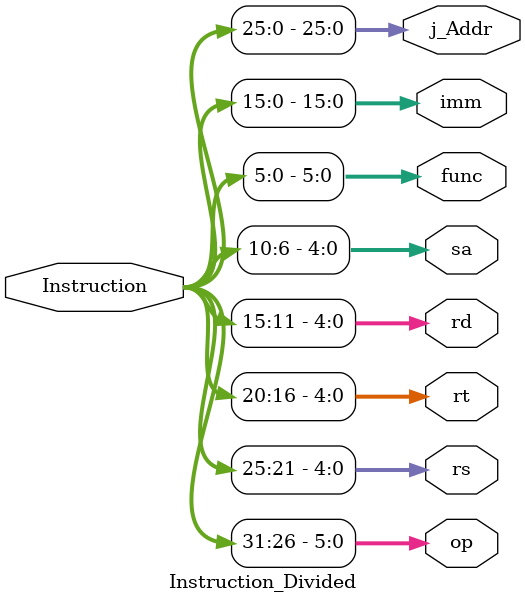
<source format=v>
`timescale 1ns / 1ps


module Instruction_Divided(
    input [31:0] Instruction,
    output [5:0] op,
    output [4:0] rs,
    output [4:0] rt,
    output [4:0] rd,
    output [4:0] sa,
    output [5:0] func,
    output [15:0] imm,
    output [27:2] j_Addr
    );
    assign op[5:0] = Instruction[31:26];
    assign rs[4:0] = Instruction[25:21];
    assign rt[4:0] = Instruction[20:16];
    assign rd[4:0] = Instruction[15:11];
    assign sa[4:0] = Instruction[10:6];
    assign func[5:0] = Instruction[5:0];
    assign imm[15:0] = Instruction[15:0];
    assign j_Addr[27:2] = Instruction[25:0];
    
endmodule

</source>
